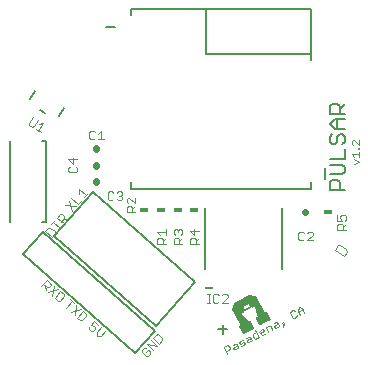
<source format=gto>
G75*
%MOIN*%
%OFA0B0*%
%FSLAX24Y24*%
%IPPOS*%
%LPD*%
%AMOC8*
5,1,8,0,0,1.08239X$1,22.5*
%
%ADD10C,0.0030*%
%ADD11C,0.0060*%
%ADD12C,0.0040*%
%ADD13C,0.0050*%
%ADD14C,0.0220*%
%ADD15C,0.0010*%
%ADD16C,0.0080*%
%ADD17R,0.0100X0.0400*%
%ADD18R,0.0300X0.0180*%
%ADD19R,0.0300X0.0100*%
D10*
X002070Y002344D02*
X002118Y002689D01*
X002010Y002720D02*
X002006Y002789D01*
X001897Y002885D01*
X001705Y002667D01*
X001769Y002740D02*
X001877Y002644D01*
X001946Y002648D01*
X002010Y002720D01*
X001841Y002676D02*
X001850Y002539D01*
X001925Y002472D02*
X002263Y002561D01*
X002338Y002494D02*
X002447Y002398D01*
X002451Y002330D01*
X002323Y002185D01*
X002255Y002181D01*
X002146Y002277D01*
X002338Y002494D01*
X002647Y002235D02*
X002792Y002107D01*
X002719Y002171D02*
X002527Y001953D01*
X002675Y001822D02*
X003013Y001911D01*
X003088Y001844D02*
X003197Y001748D01*
X003201Y001680D01*
X003073Y001535D01*
X003005Y001531D01*
X002896Y001627D01*
X003088Y001844D01*
X002868Y002039D02*
X002820Y001694D01*
X003288Y001314D02*
X003292Y001244D01*
X003367Y001177D01*
X003438Y001182D01*
X003504Y001257D01*
X003500Y001327D01*
X003462Y001360D01*
X003354Y001389D01*
X003454Y001502D01*
X003604Y001369D01*
X003681Y001300D02*
X003549Y001150D01*
X003557Y001009D01*
X003699Y001018D01*
X003831Y001168D01*
X005055Y000546D02*
X005059Y000477D01*
X005204Y000349D01*
X005272Y000353D01*
X005336Y000426D01*
X005332Y000494D01*
X005260Y000558D01*
X005196Y000486D01*
X005187Y000622D02*
X005119Y000618D01*
X005055Y000546D01*
X005218Y000730D02*
X005564Y000683D01*
X005346Y000875D01*
X005413Y000951D02*
X005509Y001059D01*
X005578Y001064D01*
X005723Y000935D01*
X005727Y000867D01*
X005631Y000758D01*
X005413Y000951D01*
X005218Y000730D02*
X005435Y000538D01*
X007227Y002125D02*
X007324Y002125D01*
X007275Y002125D02*
X007275Y002415D01*
X007227Y002415D02*
X007324Y002415D01*
X007423Y002367D02*
X007423Y002173D01*
X007472Y002125D01*
X007568Y002125D01*
X007617Y002173D01*
X007718Y002125D02*
X007911Y002318D01*
X007911Y002367D01*
X007863Y002415D01*
X007766Y002415D01*
X007718Y002367D01*
X007617Y002367D02*
X007568Y002415D01*
X007472Y002415D01*
X007423Y002367D01*
X007718Y002125D02*
X007911Y002125D01*
X008834Y001204D02*
X008952Y000983D01*
X008841Y000924D01*
X008785Y000941D01*
X008746Y001015D01*
X008763Y001071D01*
X008873Y001130D01*
X008973Y001136D02*
X009012Y001062D01*
X009069Y001045D01*
X009142Y001084D01*
X009140Y001177D02*
X008993Y001099D01*
X008973Y001136D02*
X008990Y001192D01*
X009064Y001231D01*
X009121Y001214D01*
X009140Y001177D01*
X009260Y001147D02*
X009181Y001294D01*
X009292Y001353D01*
X009348Y001335D01*
X009407Y001225D01*
X009468Y001304D02*
X009485Y001361D01*
X009595Y001420D01*
X009576Y001456D02*
X009635Y001346D01*
X009524Y001287D01*
X009468Y001304D01*
X009446Y001434D02*
X009519Y001474D01*
X009576Y001456D01*
X009732Y001445D02*
X009752Y001408D01*
X009789Y001428D01*
X009754Y001315D01*
X009789Y001428D02*
X009769Y001465D01*
X009732Y001445D01*
X010075Y001627D02*
X009996Y001774D01*
X010014Y001831D01*
X010087Y001870D01*
X010144Y001853D01*
X010244Y001859D02*
X010278Y001971D01*
X010391Y001937D01*
X010469Y001790D01*
X010410Y001900D02*
X010263Y001822D01*
X010244Y001859D02*
X010322Y001711D01*
X010222Y001705D02*
X010205Y001649D01*
X010131Y001610D01*
X010075Y001627D01*
X008724Y000862D02*
X008613Y000803D01*
X008557Y000820D01*
X008574Y000877D01*
X008685Y000935D01*
X008665Y000972D02*
X008724Y000862D01*
X008665Y000972D02*
X008609Y000989D01*
X008535Y000950D01*
X008418Y000888D02*
X008308Y000829D01*
X008290Y000773D01*
X008347Y000756D01*
X008420Y000795D01*
X008477Y000777D01*
X008459Y000721D01*
X008349Y000662D01*
X008269Y000620D02*
X008158Y000561D01*
X008102Y000578D01*
X008119Y000635D01*
X008230Y000693D01*
X008210Y000730D02*
X008269Y000620D01*
X008210Y000730D02*
X008154Y000747D01*
X008080Y000708D01*
X007982Y000609D02*
X007965Y000553D01*
X007855Y000494D01*
X007894Y000420D02*
X007776Y000641D01*
X007887Y000700D01*
X007943Y000683D01*
X007982Y000609D01*
X006953Y004086D02*
X006662Y004086D01*
X006662Y004231D01*
X006711Y004279D01*
X006807Y004279D01*
X006856Y004231D01*
X006856Y004086D01*
X006856Y004182D02*
X006953Y004279D01*
X006807Y004380D02*
X006807Y004574D01*
X006662Y004525D02*
X006807Y004380D01*
X006953Y004525D02*
X006662Y004525D01*
X006403Y004525D02*
X006403Y004429D01*
X006354Y004380D01*
X006403Y004279D02*
X006306Y004182D01*
X006306Y004231D02*
X006306Y004086D01*
X006403Y004086D02*
X006112Y004086D01*
X006112Y004231D01*
X006161Y004279D01*
X006257Y004279D01*
X006306Y004231D01*
X006161Y004380D02*
X006112Y004429D01*
X006112Y004525D01*
X006161Y004574D01*
X006209Y004574D01*
X006257Y004525D01*
X006306Y004574D01*
X006354Y004574D01*
X006403Y004525D01*
X006257Y004525D02*
X006257Y004477D01*
X005853Y004477D02*
X005562Y004477D01*
X005659Y004380D01*
X005611Y004279D02*
X005562Y004231D01*
X005562Y004086D01*
X005853Y004086D01*
X005756Y004086D02*
X005756Y004231D01*
X005707Y004279D01*
X005611Y004279D01*
X005756Y004182D02*
X005853Y004279D01*
X005853Y004380D02*
X005853Y004574D01*
X004833Y005136D02*
X004542Y005136D01*
X004542Y005281D01*
X004591Y005329D01*
X004687Y005329D01*
X004736Y005281D01*
X004736Y005136D01*
X004736Y005232D02*
X004833Y005329D01*
X004833Y005430D02*
X004639Y005624D01*
X004591Y005624D01*
X004542Y005575D01*
X004542Y005479D01*
X004591Y005430D01*
X004833Y005430D02*
X004833Y005624D01*
X004401Y005642D02*
X004401Y005593D01*
X004353Y005545D01*
X004256Y005545D01*
X004208Y005593D01*
X004107Y005593D02*
X004058Y005545D01*
X003962Y005545D01*
X003913Y005593D01*
X003913Y005787D01*
X003962Y005835D01*
X004058Y005835D01*
X004107Y005787D01*
X004208Y005787D02*
X004256Y005835D01*
X004353Y005835D01*
X004401Y005787D01*
X004401Y005738D01*
X004353Y005690D01*
X004401Y005642D01*
X004353Y005690D02*
X004305Y005690D01*
X003243Y005774D02*
X003115Y005629D01*
X003179Y005701D02*
X002962Y005894D01*
X002970Y005757D01*
X003048Y005553D02*
X002920Y005408D01*
X002702Y005600D01*
X002635Y005525D02*
X002724Y005187D01*
X002853Y005332D02*
X002507Y005380D01*
X002394Y005068D02*
X002466Y005004D01*
X002470Y004935D01*
X002374Y004827D01*
X002438Y004899D02*
X002575Y004907D01*
X002447Y004763D02*
X002229Y004955D01*
X002326Y005064D01*
X002394Y005068D01*
X002162Y004879D02*
X002034Y004734D01*
X002098Y004807D02*
X002316Y004614D01*
X002148Y004498D02*
X002152Y004430D01*
X002056Y004321D01*
X001839Y004513D01*
X001935Y004622D01*
X002003Y004626D01*
X002148Y004498D01*
X002651Y006465D02*
X002844Y006465D01*
X002893Y006513D01*
X002893Y006610D01*
X002844Y006658D01*
X002747Y006760D02*
X002747Y006953D01*
X002602Y006905D02*
X002747Y006760D01*
X002651Y006658D02*
X002602Y006610D01*
X002602Y006513D01*
X002651Y006465D01*
X002602Y006905D02*
X002893Y006905D01*
X003351Y007565D02*
X003303Y007613D01*
X003303Y007807D01*
X003351Y007855D01*
X003448Y007855D01*
X003496Y007807D01*
X003597Y007758D02*
X003694Y007855D01*
X003694Y007565D01*
X003597Y007565D02*
X003791Y007565D01*
X003496Y007613D02*
X003448Y007565D01*
X003351Y007565D01*
X001686Y007810D02*
X001519Y007906D01*
X001603Y007858D02*
X001748Y008109D01*
X001616Y008074D01*
X001576Y008208D02*
X001455Y007999D01*
X001389Y007981D01*
X001306Y008029D01*
X001288Y008095D01*
X001409Y008305D01*
X010273Y004437D02*
X010273Y004243D01*
X010321Y004195D01*
X010418Y004195D01*
X010466Y004243D01*
X010567Y004195D02*
X010761Y004388D01*
X010761Y004437D01*
X010712Y004485D01*
X010616Y004485D01*
X010567Y004437D01*
X010466Y004437D02*
X010418Y004485D01*
X010321Y004485D01*
X010273Y004437D01*
X010567Y004195D02*
X010761Y004195D01*
X011572Y004556D02*
X011572Y004701D01*
X011621Y004749D01*
X011717Y004749D01*
X011766Y004701D01*
X011766Y004556D01*
X011766Y004652D02*
X011863Y004749D01*
X011814Y004850D02*
X011863Y004899D01*
X011863Y004995D01*
X011814Y005044D01*
X011717Y005044D01*
X011669Y004995D01*
X011669Y004947D01*
X011717Y004850D01*
X011572Y004850D01*
X011572Y005044D01*
X011572Y004556D02*
X011863Y004556D01*
X012126Y006735D02*
X012293Y006818D01*
X012126Y006902D01*
X012126Y006993D02*
X012042Y007076D01*
X012293Y007076D01*
X012293Y006993D02*
X012293Y007160D01*
X012293Y007251D02*
X012293Y007292D01*
X012251Y007292D01*
X012251Y007251D01*
X012293Y007251D01*
X012293Y007380D02*
X012126Y007546D01*
X012084Y007546D01*
X012042Y007505D01*
X012042Y007421D01*
X012084Y007380D01*
X012293Y007380D02*
X012293Y007546D01*
D11*
X011808Y007491D02*
X011726Y007409D01*
X011808Y007491D02*
X011808Y007655D01*
X011726Y007736D01*
X011644Y007736D01*
X011562Y007655D01*
X011562Y007491D01*
X011481Y007409D01*
X011399Y007409D01*
X011317Y007491D01*
X011317Y007655D01*
X011399Y007736D01*
X011481Y007916D02*
X011317Y008079D01*
X011481Y008243D01*
X011808Y008243D01*
X011808Y008422D02*
X011317Y008422D01*
X011317Y008667D01*
X011399Y008749D01*
X011562Y008749D01*
X011644Y008667D01*
X011644Y008422D01*
X011644Y008586D02*
X011808Y008749D01*
X011562Y008243D02*
X011562Y007916D01*
X011481Y007916D02*
X011808Y007916D01*
X011808Y007230D02*
X011808Y006903D01*
X011317Y006903D01*
X011317Y006723D02*
X011726Y006723D01*
X011808Y006642D01*
X011808Y006478D01*
X011726Y006396D01*
X011317Y006396D01*
X011399Y006217D02*
X011562Y006217D01*
X011644Y006135D01*
X011644Y005890D01*
X011808Y005890D02*
X011317Y005890D01*
X011317Y006135D01*
X011399Y006217D01*
D12*
X011674Y004047D02*
X011591Y004032D01*
X011487Y003885D01*
X011783Y003678D01*
X011886Y003825D01*
X011871Y003909D01*
X011674Y004047D01*
D13*
X010698Y005910D02*
X010698Y006160D01*
X010698Y005910D02*
X004698Y005910D01*
X004698Y006160D01*
X007168Y005284D02*
X007168Y003236D01*
X007748Y001385D02*
X007748Y001085D01*
X007898Y001235D02*
X007598Y001235D01*
X009727Y003236D02*
X009727Y005284D01*
X010698Y010210D02*
X010698Y010410D01*
X007198Y010410D01*
X007198Y011910D01*
X004698Y011910D01*
X004698Y011710D01*
X004173Y011310D02*
X003872Y011310D01*
X007198Y011910D02*
X010698Y011910D01*
X010698Y010410D01*
D14*
X010500Y005160D02*
X010476Y005160D01*
X003538Y006138D02*
X003538Y006162D01*
X003538Y006688D02*
X003538Y006712D01*
X003538Y007238D02*
X003538Y007262D01*
D15*
X008138Y002123D02*
X008072Y001906D01*
X008358Y001368D01*
X008305Y001340D01*
X008428Y001110D01*
X008763Y001288D01*
X008641Y001518D01*
X008588Y001490D01*
X008317Y001765D01*
X008414Y001816D01*
X008400Y001843D01*
X008568Y001932D01*
X008709Y002007D01*
X008723Y001981D01*
X008820Y002032D01*
X008915Y001664D01*
X008844Y001626D01*
X008966Y001396D01*
X009310Y001579D01*
X009188Y001809D01*
X009127Y001776D01*
X008836Y002324D01*
X008624Y002381D01*
X008138Y002123D01*
X008140Y002124D02*
X008942Y002124D01*
X008937Y002132D02*
X008156Y002132D01*
X008172Y002141D02*
X008933Y002141D01*
X008928Y002149D02*
X008188Y002149D01*
X008204Y002158D02*
X008924Y002158D01*
X008919Y002166D02*
X008220Y002166D01*
X008236Y002175D02*
X008915Y002175D01*
X008910Y002183D02*
X008252Y002183D01*
X008268Y002192D02*
X008906Y002192D01*
X008901Y002200D02*
X008284Y002200D01*
X008300Y002209D02*
X008897Y002209D01*
X008892Y002217D02*
X008316Y002217D01*
X008332Y002226D02*
X008888Y002226D01*
X008883Y002234D02*
X008348Y002234D01*
X008364Y002243D02*
X008879Y002243D01*
X008874Y002251D02*
X008380Y002251D01*
X008396Y002260D02*
X008870Y002260D01*
X008865Y002268D02*
X008412Y002268D01*
X008428Y002277D02*
X008861Y002277D01*
X008856Y002285D02*
X008444Y002285D01*
X008460Y002294D02*
X008852Y002294D01*
X008847Y002302D02*
X008476Y002302D01*
X008492Y002311D02*
X008842Y002311D01*
X008838Y002319D02*
X008508Y002319D01*
X008523Y002328D02*
X008821Y002328D01*
X008790Y002336D02*
X008539Y002336D01*
X008555Y002345D02*
X008758Y002345D01*
X008727Y002353D02*
X008571Y002353D01*
X008587Y002362D02*
X008695Y002362D01*
X008664Y002370D02*
X008603Y002370D01*
X008619Y002379D02*
X008633Y002379D01*
X008595Y002116D02*
X008656Y002001D01*
X008559Y001950D01*
X008568Y001932D01*
X008559Y001950D01*
X008444Y001889D01*
X008383Y002004D01*
X008595Y002116D01*
X008595Y002115D02*
X008946Y002115D01*
X008951Y002107D02*
X008600Y002107D01*
X008604Y002098D02*
X008955Y002098D01*
X008960Y002090D02*
X008609Y002090D01*
X008613Y002081D02*
X008965Y002081D01*
X008969Y002073D02*
X008618Y002073D01*
X008622Y002064D02*
X008974Y002064D01*
X008978Y002056D02*
X008627Y002056D01*
X008631Y002047D02*
X008983Y002047D01*
X008987Y002039D02*
X008636Y002039D01*
X008641Y002030D02*
X008816Y002030D01*
X008821Y002030D02*
X008992Y002030D01*
X008996Y002022D02*
X008823Y002022D01*
X008825Y002013D02*
X009001Y002013D01*
X009005Y002005D02*
X008828Y002005D01*
X008830Y001996D02*
X009010Y001996D01*
X009014Y001988D02*
X008832Y001988D01*
X008834Y001979D02*
X009019Y001979D01*
X009023Y001971D02*
X008836Y001971D01*
X008838Y001962D02*
X009028Y001962D01*
X009032Y001954D02*
X008841Y001954D01*
X008843Y001945D02*
X009037Y001945D01*
X009041Y001937D02*
X008845Y001937D01*
X008847Y001928D02*
X009046Y001928D01*
X009050Y001920D02*
X008849Y001920D01*
X008851Y001911D02*
X009055Y001911D01*
X009059Y001903D02*
X008854Y001903D01*
X008856Y001894D02*
X009064Y001894D01*
X009068Y001886D02*
X008858Y001886D01*
X008860Y001877D02*
X009073Y001877D01*
X009078Y001869D02*
X008862Y001869D01*
X008865Y001860D02*
X009082Y001860D01*
X009087Y001852D02*
X008867Y001852D01*
X008869Y001843D02*
X009091Y001843D01*
X009096Y001835D02*
X008871Y001835D01*
X008873Y001826D02*
X009100Y001826D01*
X009105Y001818D02*
X008875Y001818D01*
X008878Y001809D02*
X009109Y001809D01*
X009114Y001801D02*
X008880Y001801D01*
X008882Y001792D02*
X009118Y001792D01*
X009123Y001784D02*
X008884Y001784D01*
X008886Y001775D02*
X009207Y001775D01*
X009211Y001767D02*
X008888Y001767D01*
X008891Y001758D02*
X009216Y001758D01*
X009220Y001750D02*
X008893Y001750D01*
X008895Y001741D02*
X009225Y001741D01*
X009229Y001733D02*
X008897Y001733D01*
X008899Y001724D02*
X009234Y001724D01*
X009238Y001716D02*
X008901Y001716D01*
X008904Y001707D02*
X009243Y001707D01*
X009247Y001699D02*
X008906Y001699D01*
X008908Y001690D02*
X009252Y001690D01*
X009256Y001682D02*
X008910Y001682D01*
X008912Y001673D02*
X009261Y001673D01*
X009265Y001665D02*
X008914Y001665D01*
X008901Y001656D02*
X009270Y001656D01*
X009274Y001648D02*
X008885Y001648D01*
X008869Y001639D02*
X009279Y001639D01*
X009283Y001631D02*
X008853Y001631D01*
X008846Y001622D02*
X009288Y001622D01*
X009292Y001614D02*
X008851Y001614D01*
X008855Y001605D02*
X009297Y001605D01*
X009301Y001597D02*
X008860Y001597D01*
X008864Y001588D02*
X009306Y001588D01*
X009310Y001580D02*
X008869Y001580D01*
X008873Y001571D02*
X009295Y001571D01*
X009279Y001563D02*
X008878Y001563D01*
X008882Y001554D02*
X009263Y001554D01*
X009247Y001546D02*
X008887Y001546D01*
X008891Y001537D02*
X009231Y001537D01*
X009215Y001529D02*
X008896Y001529D01*
X008900Y001520D02*
X009199Y001520D01*
X009183Y001512D02*
X008905Y001512D01*
X008909Y001503D02*
X009167Y001503D01*
X009151Y001495D02*
X008914Y001495D01*
X008918Y001486D02*
X009135Y001486D01*
X009119Y001478D02*
X008923Y001478D01*
X008928Y001469D02*
X009103Y001469D01*
X009087Y001461D02*
X008932Y001461D01*
X008937Y001452D02*
X009071Y001452D01*
X009055Y001444D02*
X008941Y001444D01*
X008946Y001435D02*
X009039Y001435D01*
X009023Y001427D02*
X008950Y001427D01*
X008955Y001418D02*
X009007Y001418D01*
X008991Y001410D02*
X008959Y001410D01*
X008964Y001401D02*
X008975Y001401D01*
X008762Y001291D02*
X008332Y001291D01*
X008327Y001299D02*
X008757Y001299D01*
X008753Y001308D02*
X008323Y001308D01*
X008318Y001316D02*
X008748Y001316D01*
X008744Y001325D02*
X008313Y001325D01*
X008309Y001333D02*
X008739Y001333D01*
X008735Y001342D02*
X008309Y001342D01*
X008325Y001350D02*
X008730Y001350D01*
X008726Y001359D02*
X008341Y001359D01*
X008357Y001367D02*
X008721Y001367D01*
X008717Y001376D02*
X008354Y001376D01*
X008350Y001384D02*
X008712Y001384D01*
X008708Y001393D02*
X008345Y001393D01*
X008341Y001401D02*
X008703Y001401D01*
X008699Y001410D02*
X008336Y001410D01*
X008332Y001418D02*
X008694Y001418D01*
X008690Y001427D02*
X008327Y001427D01*
X008323Y001435D02*
X008685Y001435D01*
X008681Y001444D02*
X008318Y001444D01*
X008314Y001452D02*
X008676Y001452D01*
X008672Y001461D02*
X008309Y001461D01*
X008305Y001469D02*
X008667Y001469D01*
X008663Y001478D02*
X008300Y001478D01*
X008296Y001486D02*
X008658Y001486D01*
X008653Y001495D02*
X008597Y001495D01*
X008583Y001495D02*
X008291Y001495D01*
X008287Y001503D02*
X008575Y001503D01*
X008567Y001512D02*
X008282Y001512D01*
X008277Y001520D02*
X008558Y001520D01*
X008550Y001529D02*
X008273Y001529D01*
X008268Y001537D02*
X008542Y001537D01*
X008533Y001546D02*
X008264Y001546D01*
X008259Y001554D02*
X008525Y001554D01*
X008516Y001563D02*
X008255Y001563D01*
X008250Y001571D02*
X008508Y001571D01*
X008500Y001580D02*
X008246Y001580D01*
X008241Y001588D02*
X008491Y001588D01*
X008483Y001597D02*
X008237Y001597D01*
X008232Y001605D02*
X008475Y001605D01*
X008466Y001614D02*
X008228Y001614D01*
X008223Y001622D02*
X008458Y001622D01*
X008449Y001631D02*
X008219Y001631D01*
X008214Y001639D02*
X008441Y001639D01*
X008433Y001648D02*
X008210Y001648D01*
X008205Y001656D02*
X008424Y001656D01*
X008416Y001665D02*
X008201Y001665D01*
X008196Y001673D02*
X008408Y001673D01*
X008399Y001682D02*
X008192Y001682D01*
X008187Y001690D02*
X008391Y001690D01*
X008382Y001699D02*
X008183Y001699D01*
X008178Y001707D02*
X008374Y001707D01*
X008366Y001716D02*
X008174Y001716D01*
X008169Y001724D02*
X008357Y001724D01*
X008349Y001733D02*
X008164Y001733D01*
X008160Y001741D02*
X008341Y001741D01*
X008332Y001750D02*
X008155Y001750D01*
X008151Y001758D02*
X008324Y001758D01*
X008320Y001767D02*
X008146Y001767D01*
X008142Y001775D02*
X008336Y001775D01*
X008352Y001784D02*
X008137Y001784D01*
X008133Y001792D02*
X008368Y001792D01*
X008384Y001801D02*
X008128Y001801D01*
X008124Y001809D02*
X008400Y001809D01*
X008414Y001818D02*
X008119Y001818D01*
X008115Y001826D02*
X008409Y001826D01*
X008405Y001835D02*
X008110Y001835D01*
X008106Y001843D02*
X008400Y001843D01*
X008416Y001852D02*
X008101Y001852D01*
X008097Y001860D02*
X008432Y001860D01*
X008448Y001869D02*
X008092Y001869D01*
X008088Y001877D02*
X008464Y001877D01*
X008480Y001886D02*
X008083Y001886D01*
X008079Y001894D02*
X008441Y001894D01*
X008437Y001903D02*
X008074Y001903D01*
X008074Y001911D02*
X008432Y001911D01*
X008427Y001920D02*
X008076Y001920D01*
X008079Y001928D02*
X008423Y001928D01*
X008418Y001937D02*
X008081Y001937D01*
X008084Y001945D02*
X008414Y001945D01*
X008409Y001954D02*
X008087Y001954D01*
X008089Y001962D02*
X008405Y001962D01*
X008400Y001971D02*
X008092Y001971D01*
X008094Y001979D02*
X008396Y001979D01*
X008391Y001988D02*
X008097Y001988D01*
X008100Y001996D02*
X008387Y001996D01*
X008385Y002005D02*
X008102Y002005D01*
X008105Y002013D02*
X008401Y002013D01*
X008417Y002022D02*
X008107Y002022D01*
X008110Y002030D02*
X008433Y002030D01*
X008449Y002039D02*
X008113Y002039D01*
X008115Y002047D02*
X008465Y002047D01*
X008481Y002056D02*
X008118Y002056D01*
X008120Y002064D02*
X008497Y002064D01*
X008513Y002073D02*
X008123Y002073D01*
X008126Y002081D02*
X008528Y002081D01*
X008544Y002090D02*
X008128Y002090D01*
X008131Y002098D02*
X008560Y002098D01*
X008576Y002107D02*
X008133Y002107D01*
X008136Y002115D02*
X008592Y002115D01*
X008645Y002022D02*
X008800Y002022D01*
X008784Y002013D02*
X008650Y002013D01*
X008654Y002005D02*
X008704Y002005D01*
X008711Y002005D02*
X008768Y002005D01*
X008752Y001996D02*
X008715Y001996D01*
X008720Y001988D02*
X008736Y001988D01*
X008688Y001996D02*
X008646Y001996D01*
X008630Y001988D02*
X008672Y001988D01*
X008656Y001979D02*
X008614Y001979D01*
X008598Y001971D02*
X008640Y001971D01*
X008624Y001962D02*
X008582Y001962D01*
X008566Y001954D02*
X008608Y001954D01*
X008592Y001945D02*
X008561Y001945D01*
X008550Y001945D01*
X008566Y001937D02*
X008576Y001937D01*
X008566Y001937D02*
X008534Y001937D01*
X008518Y001928D02*
X008560Y001928D01*
X008544Y001920D02*
X008502Y001920D01*
X008486Y001911D02*
X008528Y001911D01*
X008512Y001903D02*
X008470Y001903D01*
X008454Y001894D02*
X008496Y001894D01*
X008629Y001512D02*
X008644Y001512D01*
X008649Y001503D02*
X008613Y001503D01*
X008735Y001274D02*
X008341Y001274D01*
X008336Y001282D02*
X008751Y001282D01*
X008719Y001265D02*
X008345Y001265D01*
X008350Y001257D02*
X008703Y001257D01*
X008687Y001248D02*
X008354Y001248D01*
X008359Y001240D02*
X008671Y001240D01*
X008655Y001231D02*
X008363Y001231D01*
X008368Y001223D02*
X008639Y001223D01*
X008623Y001214D02*
X008372Y001214D01*
X008377Y001206D02*
X008607Y001206D01*
X008591Y001197D02*
X008381Y001197D01*
X008386Y001189D02*
X008575Y001189D01*
X008559Y001180D02*
X008390Y001180D01*
X008395Y001172D02*
X008543Y001172D01*
X008527Y001163D02*
X008399Y001163D01*
X008404Y001155D02*
X008511Y001155D01*
X008495Y001146D02*
X008408Y001146D01*
X008413Y001138D02*
X008479Y001138D01*
X008463Y001129D02*
X008417Y001129D01*
X008422Y001121D02*
X008447Y001121D01*
X008431Y001112D02*
X008426Y001112D01*
X009140Y001784D02*
X009202Y001784D01*
X009197Y001792D02*
X009156Y001792D01*
X009172Y001801D02*
X009193Y001801D01*
D16*
X006829Y002804D02*
X003438Y005804D01*
X002134Y004329D01*
X005525Y001329D01*
X006829Y002804D01*
X005501Y001178D02*
X001756Y004491D01*
X001094Y003742D01*
X004839Y000429D01*
X005501Y001178D01*
X001850Y004821D02*
X001850Y007499D01*
X001720Y007499D01*
X002298Y008334D02*
X002467Y008626D01*
X001830Y008431D02*
X001647Y008537D01*
X001328Y008894D02*
X001497Y009186D01*
X000657Y007499D02*
X000657Y004821D01*
X001720Y004821D02*
X001850Y004821D01*
D17*
X011148Y006410D03*
D18*
X011248Y005150D03*
X006798Y005210D03*
X006248Y005210D03*
X005688Y005210D03*
X005128Y005210D03*
D19*
X007298Y002610D03*
M02*

</source>
